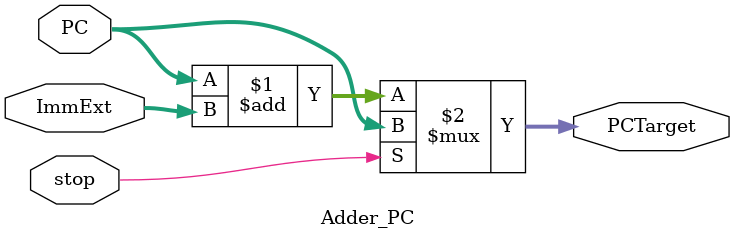
<source format=v>
module Adder_PC(
    // nodified for SoC
    input stop,
    input [31:0] PC , ImmExt ,
    output [31:0] PCTarget 
);
assign PCTarget = (stop) ? PC : PC + ImmExt ;
/*reg pause_imm;
always @(*) begin
    if(stop && pause_imm !== 1) begin
        PCTarget = PC - ImmExt;
        pause_imm = 1;
    end
    else if (stop && pause_imm === 1)
        PCTarget = PC;
    else begin
        PCTarget = PC + ImmExt;
        pause_imm = 0;
    end
end*/
endmodule
</source>
